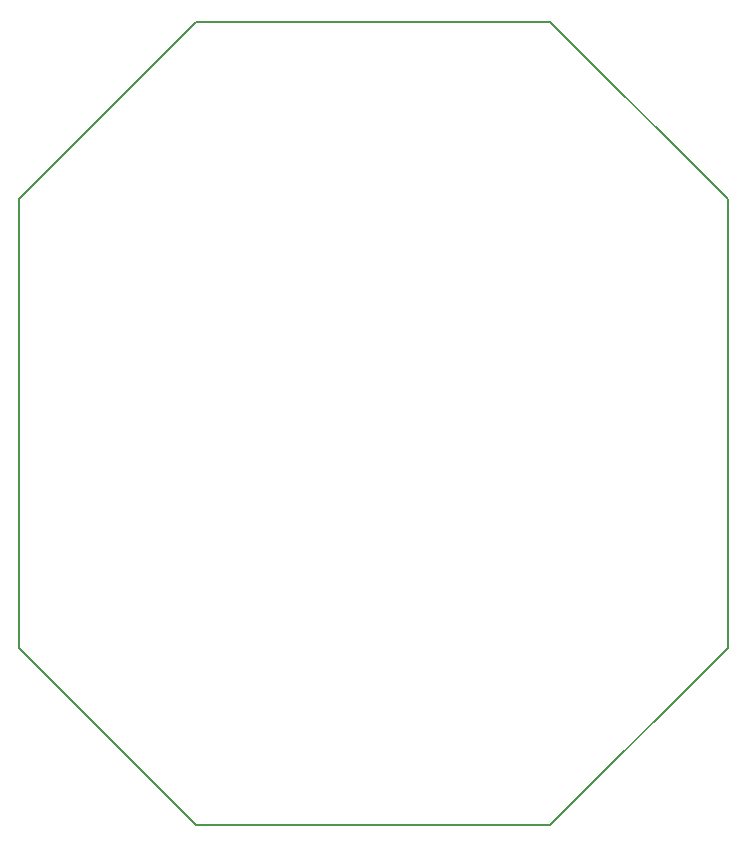
<source format=gbr>
%TF.GenerationSoftware,KiCad,Pcbnew,(6.0.0-0)*%
%TF.CreationDate,2022-11-20T21:56:22+02:00*%
%TF.ProjectId,realant_esp32,7265616c-616e-4745-9f65-737033322e6b,1.2*%
%TF.SameCoordinates,Original*%
%TF.FileFunction,Profile,NP*%
%FSLAX46Y46*%
G04 Gerber Fmt 4.6, Leading zero omitted, Abs format (unit mm)*
G04 Created by KiCad (PCBNEW (6.0.0-0)) date 2022-11-20 21:56:22*
%MOMM*%
%LPD*%
G01*
G04 APERTURE LIST*
%TA.AperFunction,Profile*%
%ADD10C,0.200000*%
%TD*%
G04 APERTURE END LIST*
D10*
X110000000Y-55000000D02*
X80000000Y-55000000D01*
X125000000Y-108000000D02*
X125000000Y-70000000D01*
X80000000Y-123000000D02*
X110000000Y-123000000D01*
X65000000Y-70000000D02*
X65000000Y-108000000D01*
X110000000Y-123000000D02*
X125000000Y-108000000D01*
X80000000Y-123000000D02*
X65000000Y-108000000D01*
X125000000Y-70000000D02*
X110000000Y-55000000D01*
X80000000Y-55000000D02*
X65000000Y-70000000D01*
M02*

</source>
